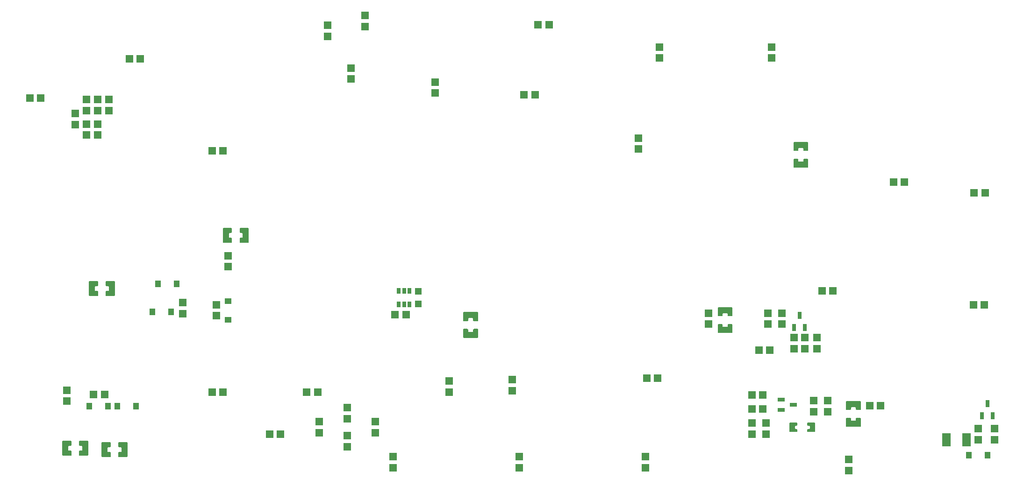
<source format=gbp>
G04 Layer: BottomPasteMaskLayer*
G04 EasyEDA v6.5.39, 2024-02-04 18:04:26*
G04 6365909e63f64f6689fdd3236b4dce0a,5509f98a9368439c9cde498926e245b9,10*
G04 Gerber Generator version 0.2*
G04 Scale: 100 percent, Rotated: No, Reflected: No *
G04 Dimensions in inches *
G04 leading zeros omitted , absolute positions ,3 integer and 6 decimal *
%FSLAX36Y36*%
%MOIN*%

%AMMACRO1*21,1,$1,$2,0,0,$3*%
%ADD10R,0.0500X0.0500*%
%ADD11MACRO1,0.0532X0.0555X90.0000*%
%ADD12MACRO1,0.0374X0.0453X0.0000*%
%ADD13MACRO1,0.0236X0.0394X0.0000*%
%ADD14MACRO1,0.0532X0.0555X-90.0000*%
%ADD15MACRO1,0.0532X0.0555X0.0000*%
%ADD16R,0.0532X0.0555*%
%ADD17MACRO1,0.025X0.05X90.0000*%
%ADD18MACRO1,0.025X0.05X0.0000*%
%ADD19MACRO1,0.0374X0.0453X90.0000*%
%ADD20MACRO1,0.0935X0.0593X90.0000*%
%ADD21C,0.0164*%

%LPD*%
G36*
X6035780Y861919D02*
G01*
X6031860Y858000D01*
X6031860Y801500D01*
X6035780Y797560D01*
X6063000Y797560D01*
X6066920Y801500D01*
X6066920Y815500D01*
X6070860Y819440D01*
X6099140Y819440D01*
X6103080Y815500D01*
X6103080Y801500D01*
X6107000Y797560D01*
X6134220Y797560D01*
X6138140Y801500D01*
X6138140Y858000D01*
X6134220Y861919D01*
G37*
G36*
X6035780Y742440D02*
G01*
X6031860Y738500D01*
X6031860Y682000D01*
X6035780Y678080D01*
X6134220Y678080D01*
X6138140Y682000D01*
X6138140Y738500D01*
X6134220Y742440D01*
X6107000Y742440D01*
X6103080Y738500D01*
X6103080Y724500D01*
X6099140Y720560D01*
X6070860Y720560D01*
X6066920Y724500D01*
X6066920Y738500D01*
X6063000Y742440D01*
G37*
G36*
X447000Y578160D02*
G01*
X443080Y574220D01*
X443080Y475780D01*
X447000Y471840D01*
X503500Y471840D01*
X507440Y475780D01*
X507440Y503000D01*
X503500Y506920D01*
X489500Y506920D01*
X485560Y510860D01*
X485560Y539140D01*
X489500Y543080D01*
X503500Y543080D01*
X507440Y547000D01*
X507440Y574220D01*
X503500Y578160D01*
G37*
G36*
X566500Y578160D02*
G01*
X562560Y574220D01*
X562560Y547000D01*
X566500Y543080D01*
X580500Y543080D01*
X584440Y539140D01*
X584440Y510860D01*
X580500Y506920D01*
X566500Y506920D01*
X562560Y503000D01*
X562560Y475780D01*
X566500Y471840D01*
X623000Y471840D01*
X626920Y475780D01*
X626920Y574220D01*
X623000Y578160D01*
G37*
G36*
X727000Y568160D02*
G01*
X723080Y564220D01*
X723080Y465780D01*
X727000Y461840D01*
X783500Y461840D01*
X787440Y465780D01*
X787440Y493000D01*
X783500Y496920D01*
X769500Y496920D01*
X765560Y500860D01*
X765560Y529140D01*
X769500Y533080D01*
X783500Y533080D01*
X787440Y537000D01*
X787440Y564220D01*
X783500Y568160D01*
G37*
G36*
X846500Y568160D02*
G01*
X842560Y564220D01*
X842560Y537000D01*
X846500Y533080D01*
X860500Y533080D01*
X864440Y529140D01*
X864440Y500860D01*
X860500Y496920D01*
X846500Y496920D01*
X842560Y493000D01*
X842560Y465780D01*
X846500Y461840D01*
X903000Y461840D01*
X906919Y465780D01*
X906919Y564220D01*
X903000Y568160D01*
G37*
G36*
X637000Y1718160D02*
G01*
X633080Y1714220D01*
X633080Y1615780D01*
X637000Y1611840D01*
X693500Y1611840D01*
X697440Y1615780D01*
X697440Y1643000D01*
X693500Y1646920D01*
X679500Y1646920D01*
X675560Y1650860D01*
X675560Y1679139D01*
X679500Y1683080D01*
X693500Y1683080D01*
X697440Y1687000D01*
X697440Y1714220D01*
X693500Y1718160D01*
G37*
G36*
X756500Y1718160D02*
G01*
X752560Y1714220D01*
X752560Y1687000D01*
X756500Y1683080D01*
X770500Y1683080D01*
X774440Y1679139D01*
X774440Y1650860D01*
X770500Y1646920D01*
X756500Y1646920D01*
X752560Y1643000D01*
X752560Y1615780D01*
X756500Y1611840D01*
X813000Y1611840D01*
X816919Y1615780D01*
X816919Y1714220D01*
X813000Y1718160D01*
G37*
G36*
X1592000Y2098160D02*
G01*
X1588080Y2094220D01*
X1588080Y1995780D01*
X1592000Y1991840D01*
X1648500Y1991840D01*
X1652440Y1995780D01*
X1652440Y2023000D01*
X1648500Y2026920D01*
X1634500Y2026920D01*
X1630560Y2030860D01*
X1630560Y2059139D01*
X1634500Y2063080D01*
X1648500Y2063080D01*
X1652440Y2067000D01*
X1652440Y2094220D01*
X1648500Y2098160D01*
G37*
G36*
X1711500Y2098160D02*
G01*
X1707560Y2094220D01*
X1707560Y2067000D01*
X1711500Y2063080D01*
X1725500Y2063080D01*
X1729440Y2059139D01*
X1729440Y2030860D01*
X1725500Y2026920D01*
X1711500Y2026920D01*
X1707560Y2023000D01*
X1707560Y1995780D01*
X1711500Y1991840D01*
X1768000Y1991840D01*
X1771920Y1995780D01*
X1771920Y2094220D01*
X1768000Y2098160D01*
G37*
G36*
X3305779Y1496920D02*
G01*
X3301860Y1493000D01*
X3301860Y1436500D01*
X3305779Y1432560D01*
X3333000Y1432560D01*
X3336920Y1436500D01*
X3336920Y1450500D01*
X3340860Y1454440D01*
X3369140Y1454440D01*
X3373080Y1450500D01*
X3373080Y1436500D01*
X3377000Y1432560D01*
X3404220Y1432560D01*
X3408140Y1436500D01*
X3408140Y1493000D01*
X3404220Y1496920D01*
G37*
G36*
X3305779Y1377440D02*
G01*
X3301860Y1373500D01*
X3301860Y1317000D01*
X3305779Y1313080D01*
X3404220Y1313080D01*
X3408140Y1317000D01*
X3408140Y1373500D01*
X3404220Y1377440D01*
X3377000Y1377440D01*
X3373080Y1373500D01*
X3373080Y1359500D01*
X3369140Y1355560D01*
X3340860Y1355560D01*
X3336920Y1359500D01*
X3336920Y1373500D01*
X3333000Y1377440D01*
G37*
G36*
X5660780Y2711920D02*
G01*
X5656860Y2708000D01*
X5656860Y2651500D01*
X5660780Y2647559D01*
X5688000Y2647559D01*
X5691920Y2651500D01*
X5691920Y2665500D01*
X5695860Y2669440D01*
X5724140Y2669440D01*
X5728080Y2665500D01*
X5728080Y2651500D01*
X5732000Y2647559D01*
X5759220Y2647559D01*
X5763140Y2651500D01*
X5763140Y2708000D01*
X5759220Y2711920D01*
G37*
G36*
X5660780Y2592440D02*
G01*
X5656860Y2588500D01*
X5656860Y2532000D01*
X5660780Y2528080D01*
X5759220Y2528080D01*
X5763140Y2532000D01*
X5763140Y2588500D01*
X5759220Y2592440D01*
X5732000Y2592440D01*
X5728080Y2588500D01*
X5728080Y2574500D01*
X5724140Y2570560D01*
X5695860Y2570560D01*
X5691920Y2574500D01*
X5691920Y2588500D01*
X5688000Y2592440D01*
G37*
G36*
X5120780Y1412440D02*
G01*
X5116860Y1408500D01*
X5116860Y1352000D01*
X5120780Y1348080D01*
X5219220Y1348080D01*
X5223140Y1352000D01*
X5223140Y1408500D01*
X5219220Y1412440D01*
X5192000Y1412440D01*
X5188080Y1408500D01*
X5188080Y1394500D01*
X5184140Y1390560D01*
X5155860Y1390560D01*
X5151920Y1394500D01*
X5151920Y1408500D01*
X5148000Y1412440D01*
G37*
G36*
X5120780Y1531920D02*
G01*
X5116860Y1528000D01*
X5116860Y1471500D01*
X5120780Y1467560D01*
X5148000Y1467560D01*
X5151920Y1471500D01*
X5151920Y1485500D01*
X5155860Y1489440D01*
X5184140Y1489440D01*
X5188080Y1485500D01*
X5188080Y1471500D01*
X5192000Y1467560D01*
X5219220Y1467560D01*
X5223140Y1471500D01*
X5223140Y1528000D01*
X5219220Y1531920D01*
G37*
G36*
X5632000Y709020D02*
G01*
X5628080Y705080D01*
X5628080Y644920D01*
X5632000Y640980D01*
X5682600Y640980D01*
X5686540Y644920D01*
X5686540Y659500D01*
X5682600Y663439D01*
X5670599Y663439D01*
X5666660Y667380D01*
X5666660Y682620D01*
X5670599Y686560D01*
X5682600Y686560D01*
X5686540Y690500D01*
X5686540Y705080D01*
X5682600Y709020D01*
G37*
G36*
X5757400Y709020D02*
G01*
X5753460Y705080D01*
X5753460Y690500D01*
X5757400Y686560D01*
X5769400Y686560D01*
X5773339Y682620D01*
X5773339Y667380D01*
X5769400Y663439D01*
X5757400Y663439D01*
X5753460Y659500D01*
X5753460Y644920D01*
X5757400Y640980D01*
X5808000Y640980D01*
X5811920Y644920D01*
X5811920Y705080D01*
X5808000Y709020D01*
G37*
D10*
G01*
X2980000Y1645000D03*
G01*
X2980000Y1555000D03*
D11*
G01*
X6279375Y829995D03*
G01*
X6200630Y829995D03*
D12*
G01*
X1123370Y1700000D03*
G01*
X1256630Y1700000D03*
D13*
G01*
X2842599Y1647245D03*
G01*
X2880000Y1647245D03*
G01*
X2917400Y1647245D03*
G01*
X2917400Y1552754D03*
G01*
X2880000Y1552754D03*
G01*
X2842599Y1552754D03*
D11*
G01*
X7019375Y1549995D03*
G01*
X6940630Y1549995D03*
D12*
G01*
X1083370Y1500000D03*
G01*
X1216630Y1500000D03*
D14*
G01*
X1920630Y624995D03*
G01*
X1999375Y624995D03*
D15*
G01*
X6050005Y444370D03*
D16*
G01*
X6050000Y365630D03*
D17*
G01*
X5658310Y835000D03*
G01*
X5571689Y797600D03*
G01*
X5571689Y872399D03*
D15*
G01*
X5460005Y625625D03*
D16*
G01*
X5460000Y704369D03*
D14*
G01*
X5360630Y804995D03*
G01*
X5439375Y804995D03*
D15*
G01*
X5800005Y785625D03*
D16*
G01*
X5800000Y864369D03*
D15*
G01*
X5900005Y864370D03*
D16*
G01*
X5900000Y785630D03*
D18*
G01*
X7040000Y843310D03*
G01*
X7077399Y756689D03*
G01*
X7002600Y756689D03*
G01*
X5700000Y1473310D03*
G01*
X5737399Y1386689D03*
G01*
X5662600Y1386689D03*
D14*
G01*
X289375Y3024995D03*
G01*
X210629Y3024995D03*
D16*
G01*
X2275000Y635630D03*
D15*
G01*
X2275005Y714370D03*
D16*
G01*
X5825000Y1314369D03*
D15*
G01*
X5825005Y1235625D03*
D16*
G01*
X2675000Y714369D03*
D15*
G01*
X2675005Y635625D03*
D16*
G01*
X2800000Y464369D03*
D15*
G01*
X2800005Y385625D03*
D16*
G01*
X1625000Y1899369D03*
D15*
G01*
X1625000Y1820625D03*
D14*
G01*
X1589375Y924995D03*
G01*
X1510630Y924995D03*
G01*
X2264375Y924995D03*
G01*
X2185630Y924995D03*
D16*
G01*
X3700000Y464369D03*
D15*
G01*
X3700005Y385625D03*
D16*
G01*
X3650000Y1014369D03*
D15*
G01*
X3650005Y935625D03*
D11*
G01*
X4610630Y1024995D03*
G01*
X4689375Y1024995D03*
D16*
G01*
X3200000Y925630D03*
D15*
G01*
X3200005Y1004370D03*
D16*
G01*
X4600000Y464369D03*
D15*
G01*
X4600005Y385625D03*
D11*
G01*
X5860630Y1649995D03*
G01*
X5939375Y1649995D03*
D16*
G01*
X4550000Y2739369D03*
D15*
G01*
X4550005Y2660625D03*
D16*
G01*
X3100000Y3060630D03*
D15*
G01*
X3100005Y3139370D03*
D14*
G01*
X3814375Y3049995D03*
G01*
X3735630Y3049995D03*
D16*
G01*
X2600000Y3614369D03*
D15*
G01*
X2600005Y3535625D03*
D16*
G01*
X5500000Y3310630D03*
D15*
G01*
X5500005Y3389370D03*
D16*
G01*
X4700000Y3310630D03*
D15*
G01*
X4700005Y3389370D03*
D16*
G01*
X5050000Y1410630D03*
D15*
G01*
X5050005Y1489370D03*
D16*
G01*
X2500000Y3239369D03*
D15*
G01*
X2500005Y3160625D03*
D14*
G01*
X7024375Y2349995D03*
G01*
X6945630Y2349995D03*
G01*
X6449375Y2424995D03*
G01*
X6370630Y2424995D03*
G01*
X999375Y3304995D03*
G01*
X920629Y3304995D03*
D16*
G01*
X475000Y939369D03*
D15*
G01*
X475004Y860625D03*
D12*
G01*
X766630Y825000D03*
G01*
X633369Y825000D03*
G01*
X833369Y825000D03*
G01*
X966630Y825000D03*
D14*
G01*
X665629Y909995D03*
G01*
X744375Y909995D03*
D15*
G01*
X535004Y2914370D03*
D16*
G01*
X535000Y2835630D03*
D15*
G01*
X615004Y3014370D03*
D16*
G01*
X615000Y2935630D03*
D15*
G01*
X695004Y3014370D03*
D16*
G01*
X695000Y2935630D03*
D15*
G01*
X775004Y3014370D03*
D16*
G01*
X775000Y2935630D03*
D15*
G01*
X615004Y2839370D03*
D16*
G01*
X615000Y2760630D03*
D15*
G01*
X695004Y2760625D03*
D16*
G01*
X695000Y2839369D03*
D19*
G01*
X1625000Y1576630D03*
G01*
X1625000Y1443370D03*
D15*
G01*
X1540000Y1470625D03*
D16*
G01*
X1540000Y1549369D03*
D15*
G01*
X2475005Y814370D03*
D16*
G01*
X2475000Y735630D03*
D15*
G01*
X2475005Y614370D03*
D16*
G01*
X2475000Y535630D03*
D11*
G01*
X1589375Y2649995D03*
G01*
X1510630Y2649995D03*
D15*
G01*
X7090005Y664370D03*
D16*
G01*
X7090000Y585630D03*
D15*
G01*
X6975005Y664370D03*
D16*
G01*
X6975000Y585630D03*
D15*
G01*
X5575005Y1489370D03*
D16*
G01*
X5575000Y1410630D03*
D15*
G01*
X5475005Y1489370D03*
D16*
G01*
X5475000Y1410630D03*
D11*
G01*
X5489375Y1224995D03*
G01*
X5410630Y1224995D03*
G01*
X5439375Y904995D03*
G01*
X5360630Y904995D03*
G01*
X5739375Y1234995D03*
G01*
X5660630Y1234995D03*
G01*
X5739375Y1314995D03*
G01*
X5660630Y1314995D03*
D15*
G01*
X2335005Y3465625D03*
D16*
G01*
X2335000Y3544369D03*
D15*
G01*
X5360005Y625625D03*
D16*
G01*
X5360000Y704369D03*
D14*
G01*
X3835630Y3549995D03*
G01*
X3914375Y3549995D03*
D16*
G01*
X1300000Y1485630D03*
D15*
G01*
X1300000Y1564370D03*
D20*
G01*
X6746750Y585000D03*
G01*
X6893249Y585000D03*
D12*
G01*
X7041630Y475000D03*
G01*
X6908370Y475000D03*
D14*
G01*
X2894375Y1479995D03*
G01*
X2815630Y1479995D03*
M02*

</source>
